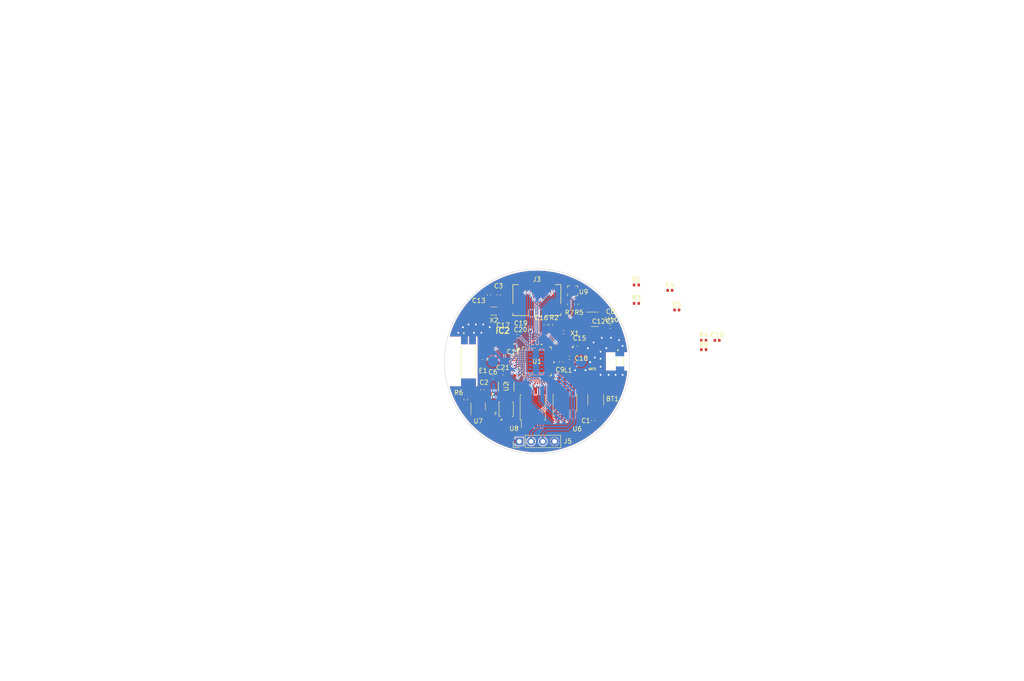
<source format=kicad_pcb>
(kicad_pcb (version 20221018) (generator pcbnew)
  (title_block (comment 4 "AISLER Project ID: VRLIPWJJ"))
  (layers (0 "F.Cu" signal) (31 "B.Cu" signal) (34 "B.Paste" user) (35 "F.Paste" user) (36 "B.SilkS" user "B.Silkscreen") (37 "F.SilkS" user "F.Silkscreen") (38 "B.Mask" user) (39 "F.Mask" user) (44 "Edge.Cuts" user))
  (net 0 "")
  (net 1 "GND")
  (net 2 "+3.3V")
  (net 3 "Net-(BT1-+)")
  (net 5 "/DISPLAY_D{slash}C")
  (net 6 "/DISPLAY_CS")
  (net 14 "Net-(U10-VOUT)")
  (net 15 "/DISPLAY_RESET")
  (net 16 "/TP_RST")
  (net 17 "/TP_INT")
  (net 18 "/TP_SDA")
  (net 19 "/TP_SCL")
  (net 20 "/AC_SCL")
  (net 21 "/BT_V")
  (net 22 "/GPS_RX")
  (net 23 "/GPS_TX")
  (net 26 "/AC_SDA")
  (net 27 "/DISPLAY_CLK")
  (net 28 "/DISPLAY_SDI")
  (net 29 "/FLASH_CS")
  (net 30 "/FLASH_CLK")
  (net 33 "Net-(U7-PROG)")
  (net 38 "/HR_INT")
  (net 39 "Net-(ANT1-PadFEED)")
  (net 41 "unconnected-(U1-P0.28-Pad40)")
  (net 42 "unconnected-(U1-P0.29-Pad41)")
  (net 65 "/SRAM_CS")
  (net 66 "/SRAM_CLK")
  (net 67 "Net-(IC2-RF_IN)")
  (net 68 "Net-(IC2-RESERVED_3)")
  (net 69 "/GPS_IO")
  (net 70 "/SRAM_CMD")
  (net 71 "/SRAM_SI02")
  (net 72 "/SRAM_WP")
  (net 73 "/SRAM_SIO3")
  (net 74 "/SD_DO")
  (net 75 "/SD_WP")
  (net 76 "/SD_DI")
  (net 77 "/SD_CMD")
  (net 78 "Net-(U1-P0.01)")
  (net 79 "Power Supply")
  (net 80 "/ANT")
  (net 81 "Net-(U1-DEC1)")
  (net 82 "Net-(U1-P0.00)")
  (net 83 "/XC2")
  (net 84 "/XC1")
  (net 85 "Net-(U1-DEC3)")
  (net 86 "Net-(U1-DEC4)")
  (net 87 "Net-(IC1-OUTA)")
  (net 88 "/SWD_VCC")
  (net 89 "Net-(J5-Pin_2)")
  (net 90 "Net-(J5-Pin_3)")
  (net 91 "GNDREF")
  (footprint "Inductor_SMD:L_0402_1005Metric" (layer "F.Cu") (at 166 93.2)
    (fp_text reference "L1")
    (fp_text value "3.9nH")
  )
  (footprint "W3010:XCVR_W3010" (layer "F.Cu") (at 144.2 92.6 90)
    (fp_text reference "E1")
    (fp_text value "W3010")
  )
  (footprint "Capacitor_SMD:C_0402_1005Metric" (layer "F.Cu") (at 164.235 92.7 90)
    (fp_text reference "C9")
    (fp_text value "0.8pF")
  )
  (footprint "Package_TO_SOT_SMD:SOT-23-5" (layer "F.Cu") (at 146.3 102.35 90)
    (fp_text reference "U7")
    (fp_text value "MCP73831-2-OT")
  )
  (footprint "Capacitor_SMD:C_0402_1005Metric" (layer "F.Cu") (at 160.89 84.71 90)
    (fp_text reference "C16")
    (fp_text value "100nF")
  )
  (footprint "Resistor_SMD:R_0402_1005Metric" (layer "F.Cu") (at 180.49 80.05)
    (fp_text reference "R3")
    (fp_text value "3.3k")
  )
  (footprint "Package_SO:SOIC-8_3.9x4.9mm_P1.27mm" (layer "F.Cu") (at 165.05 101.6 90)
    (fp_text reference "U6")
    (fp_text value "ESP-PSRAM64")
  )
  (footprint "NRF52832-QFAA-R:QFN-48_NOR" (layer "F.Cu") (at 158.999 92.600001)
    (fp_text reference "U1")
    (fp_text value "NRF52832-QFAA-R")
  )
  (footprint "Resistor_SMD:R_0402_1005Metric" (layer "F.Cu") (at 165.9875 80.245 -90)
    (fp_text reference "R7")
    (fp_text value "3.3k")
  )
  (footprint "Package_LGA:LGA-12_2x2mm_P0.5mm" (layer "F.Cu") (at 166.72 77.32 90)
    (fp_text reference "U9")
    (fp_text value "LIS2DE12")
  )
  (footprint "Capacitor_SMD:C_0402_1005Metric" (layer "F.Cu") (at 157.6 85.675 90)
    (fp_text reference "C19")
    (fp_text value "1uF")
  )
  (footprint "Resistor_SMD:R_0402_1005Metric" (layer "F.Cu") (at 167.4875 80.245 -90)
    (fp_text reference "R5")
    (fp_text value "3.3k")
  )
  (footprint "Resistor_SMD:R_0402_1005Metric" (layer "F.Cu") (at 195.03 88.06)
    (fp_text reference "R4")
    (fp_text value "800k")
  )
  (footprint "Package_SO:SOIC-8_5.23x5.23mm_P1.27mm" (layer "F.Cu") (at 158.1 102.55 90)
    (fp_text reference "U8")
    (fp_text value "W25Q128JVS")
  )
  (footprint "Crystal:Crystal_SMD_3215-2Pin_3.2x1.5mm" (layer "F.Cu") (at 149.7 81.7)
    (fp_text reference "X2")
    (fp_text value "9HT10-32.768KBZC-T")
  )
  (footprint "Capacitor_SMD:C_0402_1005Metric" (layer "F.Cu") (at 154.275 88.805 90)
    (fp_text reference "C11")
    (fp_text value "100nF")
  )
  (footprint "AP2112K-3-3TRG1:SOT_RG1_DIO" (layer "F.Cu") (at 152.35 98.049751 90)
    (fp_text reference "U2")
    (fp_text value "AP2112K-3.3TRG1")
  )
  (footprint "Capacitor_SMD:C_0402_1005Metric" (layer "F.Cu") (at 148.65 78.22 -90)
    (fp_text reference "C13")
    (fp_text value "12pF")
  )
  (footprint "Capacitor_SMD:C_0402_1005Metric" (layer "F.Cu") (at 154.725 87.15 180)
    (fp_text reference "C20")
    (fp_text value "4.7uF")
  )
  (footprint "Resistor_SMD:R_0402_1005Metric" (layer "F.Cu") (at 195.03 90.05)
    (fp_text reference "R9")
    (fp_text value "2M")
  )
  (footprint "Capacitor_SMD:C_0402_1005Metric" (layer "F.Cu") (at 189.22 81.475)
    (fp_text reference "C5")
    (fp_text value "0.1uF")
  )
  (footprint "KiCad:MIAM10Q00B" (layer "F.Cu") (at 150 90.2 90)
    (fp_text reference "IC2")
    (fp_text value "MIA-M10Q-00B" hide)
  )
  (footprint "Package_TO_SOT_SMD:SOT-23-5" (layer "F.Cu") (at 171.5 83.49)
    (fp_text reference "U10")
    (fp_text value "AP2127K-1.8")
  )
  (footprint "Capacitor_SMD:C_0402_1005Metric" (layer "F.Cu") (at 151.71 95.12 180)
    (fp_text reference "C21")
    (fp_text value "100nF")
  )
  (footprint "CX2016DB32000D0WZRC1:OSCCC200X160X45N" (layer "F.Cu") (at 165.025 88.725 180)
    (fp_text reference "X1")
    (fp_text value "CX2016DB32000D0WZRC1")
  )
  (footprint "Capacitor_SMD:C_0402_1005Metric" (layer "F.Cu") (at 164.75 86.3)
    (fp_text reference "C14" hide)
    (fp_text value "12pF")
  )
  (footprint "Connector_PinHeader_2.54mm:PinHeader_1x04_P2.54mm_Vertical" (layer "F.Cu") (at 155.195 109.9 90)
    (fp_text reference "J5")
    (fp_text value "Conn_01x04_Socket")
  )
  (footprint "LTC4413EDD_PBF:SON50P300X300X80-11N" (layer "F.Cu") (at 152.35 102.945 90)
    (fp_text reference "IC1")
    (fp_text value "LTC4413EDD-1#PBF")
  )
  (footprint "Resistor_SMD:R_0402_1005Metric" (layer "F.Cu") (at 161.98 84.7 90)
    (fp_text reference "R2")
    (fp_text value "3.3k")
  )
  (footprint "Capacitor_SMD:C_0402_1005Metric" (layer "F.Cu") (at 187.725 77.225)
    (fp_text reference "C4")
    (fp_text value "10uF")
  )
  (footprint "Capacitor_SMD:C_0402_1005Metric" (layer "F.Cu") (at 174.8 83.98 180)
    (fp_text reference "C12")
    (fp_text value "1uF")
  )
  (footprint "Resistor_SMD:R_0402_1005Metric" (layer "F.Cu") (at 143.6 100.85 -90)
    (fp_text reference "R6")
    (fp_text value "5k")
  )
  (footprint "Capacitor_SMD:C_0402_1005Metric" (layer "F.Cu") (at 197.92 88.05)
    (fp_text reference "C10")
    (fp_text value "0.8pF")
  )
  (footprint "Capacitor_SMD:C_0402_1005Metric" (layer "F.Cu") (at 150.75 78.22 -90)
    (fp_text reference "C3")
    (fp_text value "12pF")
  )
  (footprint "Capacitor_SMD:C_1812_4532Metric" (layer "F.Cu") (at 171.7 100.9 90)
    (fp_text reference "BT1")
    (fp_text value "Battery_Cell")
  )
  (footprint "Capacitor_SMD:C_0402_1005Metric" (layer "F.Cu") (at 174.87 85.07)
    (fp_text reference "C7")
    (fp_text value "0.1uF")
  )
  (footprint "Capacitor_SMD:C_0402_1005Metric" (layer "F.Cu") (at 174.87 82.97)
    (fp_text reference "C8")
    (fp_text value "4.7uF")
  )
  (footprint "Capacitor_SMD:C_0402_1005Metric" (layer "F.Cu") (at 151.675 85.95)
    (fp_text reference "C17")
    (fp_text value "1uF")
  )
  (footprint "Capacitor_SMD:C_0402_1005Metric" (layer "F.Cu") (at 149.48 96.075)
    (fp_text reference "C6")
    (fp_text value "1uF")
  )
  (footprint "Capacitor_SMD:C_0402_1005Metric" (layer "F.Cu") (at 167.3 89.225 90)
    (fp_text reference "C15")
    (fp_text value "12pF")
  )
  (footprint "W3008:ANTENNA_W3008" (layer "F.Cu") (at 176.925 92.585 90)
    (fp_text reference "ANT1")
    (fp_text value "W3008")
  )
  (footprint "Capacitor_SMD:C_0402_1005Metric" (layer "F.Cu") (at 166.025 91.825)
    (fp_text reference "C18")
    (fp_text value "100pF")
  )
  (footprint "Capacitor_SMD:C_0402_1005Metric" (layer "F.Cu") (at 171.175 105.405 90)
    (fp_text reference "C1")
    (fp_text value "4.7uF")
  )
  (footprint "Capacitor_SMD:C_0402_1005Metric" (layer "F.Cu") (at 147.2 98.75 -90)
    (fp_text reference "C2")
    (fp_text value "1uF")
  )
  (footprint "Resistor_SMD:R_0402_1005Metric" (layer "F.Cu") (at 180.49 76.07)
    (fp_text reference "R1")
    (fp_text value "3.3k")
  )
  (footprint "MOLEX_5022441530:CONN_502244-1530_MOL" (layer "F.Cu") (at 158.98 79.33975)
    (fp_text reference "J3")
    (fp_text value "5022441530")
  )
  (footprint "OptoDevice:Maxim_OLGA-14_3.3x5.6mm_P0.8mm" (layer "B.Cu") (at 158.8 92.62 180)
    (fp_text reference "U3")
    (fp_text value "MAX30102")
  )
  (footprint "power_pad:power_pad_5mm" (layer "B.Cu") (at 149.5 92.6 180)
    (fp_text reference "U4" hide)
    (fp_text value "~" hide)
  )
  (footprint "power_pad:power_pad_5mm" (layer "B.Cu") (at 168.5 92.6 180)
    (fp_text reference "U5" hide)
    (fp_text value "~" hide)
  )
  (gr_circle (center 159 92.6) (end 179 92.6) (stroke (width 0.1)) (fill none) (layer "Edge.Cuts"))
  (segment (start 143.6 100.34) (end 143.76 100.34) (width 0.3) (layer "F.Cu") (net 1))
  (segment (start 144.87 99.23) (end 147.2 99.23) (width 0.3) (layer "F.Cu") (net 1))
  (segment (start 143.76 100.34) (end 144.87 99.23) (width 0.3) (layer "F.Cu") (net 1))
  (via (at 172.75 92) (size 0.8) (drill 0.4) (layers "F.Cu" "B.Cu") (net 1))
  (via (at 172.75 93.75) (size 0.8) (drill 0.4) (layers "F.Cu" "B.Cu") (net 1))
  (via (at 142 86.4) (size 0.8) (drill 0.4) (layers "F.Cu" "B.Cu") (net 1))
  (via (at 170 89.75) (size 0.8) (drill 0.4) (layers "F.Cu" "B.Cu") (net 1))
  (via (at 172.75 90.5) (size 0.8) (drill 0.4) (layers "F.Cu" "B.Cu") (net 1))
  (via (at 169.5 94.5) (size 0.8) (drill 0.4) (layers "F.Cu" "B.Cu") (net 1))
  (via (at 147.4 84.6) (size 0.8) (drill 0.4) (layers "F.Cu" "B.Cu") (net 1))
  (via (at 176.75 88) (size 0.8) (drill 0.4) (layers "F.Cu" "B.Cu") (net 1))
  (via (at 175 87.5) (size 0.8) (drill 0.4) (layers "F.Cu" "B.Cu") (net 1))
  (via (at 173 87.5) (size 0.8) (drill 0.4) (layers "F.Cu" "B.Cu") (net 1))
  (via (at 148.8 85.2) (size 0.8) (drill 0.4) (layers "F.Cu" "B.Cu") (net 1))
  (via (at 147 86.4) (size 0.8) (drill 0.4) (layers "F.Cu" "B.Cu") (net 1))
  (via (at 167.25 94.5) (size 0.8) (drill 0.4) (layers "F.Cu" "B.Cu") (net 1))
  (via (at 172.75 95.5) (size 0.8) (drill 0.4) (layers "F.Cu" "B.Cu") (net 1))
  (via (at 143 85.2) (size 0.8) (drill 0.4) (layers "F.Cu" "B.Cu") (net 1))
  (via (at 145.4 86.4) (size 0.8) (drill 0.4) (layers "F.Cu" "B.Cu") (net 1))
  (via (at 177.5 89.25) (size 0.8) (drill 0.4) (layers "F.Cu" "B.Cu") (net 1))
  (via (at 171.25 88.5) (size 0.8) (drill 0.4) (layers "F.Cu" "B.Cu") (net 1))
  (via (at 170.5 92.75) (size 0.8) (drill 0.4) (layers "F.Cu" "B.Cu") (net 1))
  (via (at 176 95.5) (size 0.8) (drill 0.4) (layers "F.Cu" "B.Cu") (net 1))
  (via (at 144.2 84.6) (size 0.8) (drill 0.4) (layers "F.Cu" "B.Cu") (net 1))
  (via (at 174.5 95.5) (size 0.8) (drill 0.4) (layers "F.Cu" "B.Cu") (net 1))
  (via (at 145.8 84.6) (size 0.8) (drill 0.4) (layers "F.Cu" "B.Cu") (net 1))
  (via (at 171.5 91.75) (size 0.8) (drill 0.4) (layers "F.Cu" "B.Cu") (net 1))
  (via (at 177.5 95.5) (size 0.8) (drill 0.4) (layers "F.Cu" "B.Cu") (net 1))
  (via (at 174 89.75) (size 0.8) (drill 0.4) (layers "F.Cu" "B.Cu") (net 1))
  (segment (start 154.124314 93.54) (end 154.264314 93.4) (width 0.2) (layer "F.Cu") (net 5))
  (segment (start 154.592053 93.4) (end 154.792053 93.2) (width 0.2) (layer "F.Cu") (net 5))
  (segment (start 157.48 76.8) (end 157.48 76.31395) (width 0.2) (layer "F.Cu") (net 5))
  (segment (start 154.264314 93.4) (end 154.592053 93.4) (width 0.2) (layer "F.Cu") (net 5))
  (segment (start 153.84 93.54) (end 154.124314 93.54) (width 0.2) (layer "F.Cu") (net 5))
  (segment (start 156.55 77.73) (end 157.48 76.8) (width 0.2) (layer "F.Cu") (net 5))
  (segment (start 154.792053 93.2) (end 156 93.2) (width 0.2) (layer "F.Cu") (net 5))
  (via (at 153.84 93.54) (size 0.5) (drill 0.3) (layers "F.Cu" "B.Cu") (net 5))
  (via (at 156.55 77.73) (size 0.5) (drill 0.3) (layers "F.Cu" "B.Cu") (net 5))
  (segment (start 153.84 93.54) (end 153.28 92.98) (width 0.2) (layer "B.Cu") (net 5))
  (segment (start 153.28 92.66) (end 154.49 91.45) (width 0.2) (layer "B.Cu") (net 5))
  (segment (start 154.49 88.46) (end 156.931471 86.018529) (width 0.2) (layer "B.Cu") (net 5))
  (segment (start 153.28 92.98) (end 153.28 92.66) (width 0.2) (layer "B.Cu") (net 5))
  (segment (start 156.931471 86.018529) (end 156.931471 78.111471) (width 0.2) (layer "B.Cu") (net 5))
  (segment (start 154.49 91.45) (end 154.49 88.46) (width 0.2) (layer "B.Cu") (net 5))
  (segment (start 156.931471 78.111471) (end 156.55 77.73) (width 0.2) (layer "B.Cu") (net 5))
  (segment (start 154.725 94.425) (end 155.15 94) (width 0.2) (layer "F.Cu") (net 6))
  (segment (start 157.4 77.73) (end 157.979999 77.150001) (width 0.2) (layer "F.Cu") (net 6))
  (segment (start 155.15 94) (end 156 94) (width 0.2) (layer "F.Cu") (net 6))
  (segment (start 157.979999 77.150001) (end 157.979999 76.31395) (width 0.2) (layer "F.Cu") (net 6))
  (via (at 154.725 94.425) (size 0.5) (drill 0.3) (layers "F.Cu" "B.Cu") (net 6))
  (via (at 157.4 77.73) (size 0.5) (drill 0.3) (layers "F.Cu" "B.Cu") (net 6))
  (segment (start 154.434 94.061947) (end 154.42 94.047947) (width 0.2) (layer "B.Cu") (net 6))
  (segment (start 154.42 94.047947) (end 154.42 93.622053) (width 0.2) (layer "B.Cu") (net 6))
  (segment (start 154.434 94.264) (end 154.434 94.061947) (width 0.2) (layer "B.Cu") (net 6))
  (segment (start 154.595 94.425) (end 154.434 94.264) (width 0.2) (layer "B.Cu") (net 6))
  (segment (start 154.624 92.331685) (end 154.89 92.065685) (width 0.2) (layer "B.Cu") (net 6))
  (segment (start 157.386 77.744) (end 157.4 77.73) (width 0.2) (layer "B.Cu") (net 6))
  (segment (start 154.42 93.622053) (end 154.624 93.418053) (width 0.2) (layer "B.Cu") (net 6))
  (segment (start 154.89 92.065685) (end 154.89 88.625686) (width 0.2) (layer "B.Cu") (net 6))
  (segment (start 154.725 94.425) (end 154.595 94.425) (width 0.2) (layer "B.Cu") (net 6))
  (segment (start 154.624 93.418053) (end 154.624 92.331685) (width 0.2) (layer "B.Cu") (net 6))
  (segment (start 154.89 88.625686) (end 157.386 86.129686) (width 0.2) (layer "B.Cu") (net 6))
  (segment (start 157.386 86.129686) (end 157.386 77.744) (width 0.2) (layer "B.Cu") (net 6))
  (segment (start 159.479999 77.841373) (end 159.479999 76.31395) (width 0.2) (layer "F.Cu") (net 15))
  (segment (start 158.8 89.6) (end 158.8 78.521372) (width 0.2) (layer "F.Cu") (net 15))
  (segment (start 158.8 78.521372) (end 159.479999 77.841373) (width 0.2) (layer "F.Cu") (net 15))
  (segment (start 160.980001 77.319999) (end 160.980001 76.31395) (width 0.2) (layer "F.Cu") (net 16))
  (segment (start 159.2 79.1) (end 160.980001 77.319999) (width 0.2) (layer "F.Cu") (net 16))
  (segment (start 159.2 89.6) (end 159.2 86.6) (width 0.2) (layer "F.Cu") (net 16))
  (segment (start 159.2 79.1) (end 159.2 79.06) (width 0.2) (layer "F.Cu") (net 16))
  (segment (start 159.2 86.6) (end 159.2 79.1) (width 0.2) (layer "F.Cu") (net 16))
  (segment (start 154.957738 93.6) (end 156 93.6) (width 0.2) (layer "F.Cu") (net 17))
  (segment (start 153.79 95.03) (end 153.79 94.46) (width 0.2) (layer "F.Cu") (net 17))
  (segment (start 161.48 77.74) (end 161.48 76.31395) (width 0.2) (layer "F.Cu") (net 17))
  (segment (start 154.45 93.8) (end 154.757738 93.8) (width 0.2) (layer "F.Cu") (net 17))
  (segment (start 153.79 94.46) (end 154.45 93.8) (width 0.2) (layer "F.Cu") (net 17))
  (segment (start 154.757738 93.8) (end 154.957738 93.6) (width 0.2) (layer "F.Cu") (net 17))
  (segment (start 159.91 79.31) (end 161.48 77.74) (width 0.2) (layer "F.Cu") (net 17))
  (via (at 159.91 79.31) (size 0.5) (drill 0.3) (layers "F.Cu" "B.Cu") (net 17))
  (via (at 153.79 95.03) (size 0.5) (drill 0.3) (layers "F.Cu" "B.Cu") (net 17))
  (segment (start 155.94 92.712742) (end 156.09 92.562741) (width 0.2) (layer "B.Cu") (net 17))
  (segment (start 155.85 96.62) (end 155.99 96.48) (width 0.2) (layer "B.Cu") (net 17))
  (segment (start 158.76 80.46) (end 159.91 79.31) (width 0.2) (layer "B.Cu") (net 17))
  (segment (start 155.99 93.916577) (end 155.94 93.866577) (width 0.2) (layer "B.Cu") (net 17))
  (segment (start 153.79 95.03) (end 153.79 95.717818) (width 0.2) (layer "B.Cu") (net 17))
  (segment (start 155.94 93.866577) (end 155.94 92.712742) (width 0.2) (layer "B.Cu") (net 17))
  (segment (start 156.09 92.562741) (end 156.09 89.122744) (width 0.2) (layer "B.Cu") (net 17))
  (segment (start 154.692182 96.62) (end 155.85 96.62) (width 0.2) (layer "B.Cu") (net 17))
  (segment (start 158.76 86.452744) (end 158.76 80.46) (width 0.2) (layer "B.Cu") (net 17))
  (segment (start 156.09 89.122744) (end 158.76 86.452744) (width 0.2) (layer "B.Cu") (net 17))
  (segment (start 155.99 96.48) (end 155.99 93.916577) (width 0.2) (layer "B.Cu") (net 17))
  (segment (start 153.79 95.717818) (end 154.692182 96.62) (width 0.2) (layer "B.Cu") (net 17))
  (segment (start 161.94 76.353949) (end 161.979999 76.31395) (width 0.2) (layer "F.Cu") (net 18))
  (segment (start 161.94 78.01) (end 161.94 76.353949) (width 0.2) (layer "F.Cu") (net 18))
  (segment (start 158.4 96.875) (end 158.4 95.6) (width 0.2) (layer "F.Cu") (net 18))
  (segment (start 158.2 97.075) (end 158.4 96.875) (width 0.2) (layer "F.Cu") (net 18))
  (via (at 161.94 78.01) (size 0.5) (drill 0.3) (layers "F.Cu" "B.Cu") (net 18))
  (via (at 158.2 97.075) (size 0.5) (drill 0.3) (layers "F.Cu" "B.Cu") (net 18))
  (segment (start 156.39 95.66) (end 156.39 92.828426) (width 0.2) (layer "B.Cu") (net 18))
  (segment (start 156.39 92.828426) (end 156.49 92.728426) (width 0.2) (layer "B.Cu") (net 18))
  (segment (start 158.2 97.075) (end 157.805 97.075) (width 0.2) (layer "B.Cu") (net 18))
  (segment (start 159.16 80.79) (end 161.94 78.01) (width 0.2) (layer "B.Cu") (net 18))
  (segment (start 156.49 89.288429) (end 159.16 86.618429) (width 0.2) (layer "B.Cu") (net 18))
  (segment (start 157.805 97.075) (end 156.39 95.66) (width 0.2) (layer "B.Cu") (net 18))
  (segment (start 156.49 92.728426) (end 156.49 89.288429) (width 0.2) (layer "B.Cu") (net 18))
  (segment (start 159.16 86.618429) (end 159.16 80.79) (width 0.2) (layer "B.Cu") (net 18))
  (segment (start 162.46 76.333951) (end 162.480001 76.31395) (width 0.2) (layer "F.Cu") (net 19))
  (segment (start 159.6 95.6) (end 159.6 97.525) (width 0.2) (layer "F.Cu") (net 19))
  (segment (start 162.46 77.49) (end 162.46 76.333951) (width 0.2) (layer "F.Cu") (net 19))
  (segment (start 159.6 97.525) (end 159.675 97.6) (width 0.2) (layer "F.Cu") (net 19))
  (via (at 159.675 97.6) (size 0.5) (drill 0.3) (layers "F.Cu" "B.Cu") (net 19))
  (via (at 162.46 77.49) (size 0.5) (drill 0.3) (layers "F.Cu" "B.Cu") (net 19))
  (segment (start 159.71 85.46) (end 159.71 80.84) (width 0.2) (layer "B.Cu") (net 19))
  (segment (start 161.81 78.74) (end 162.3 78.74) (width 0.2) (layer "B.Cu") (net 19))
  (segment (start 157.79 96.3) (end 157.595686 96.3) (width 0.2) (layer "B.Cu") (net 19))
  (segment (start 159.675 97.6) (end 160.02 97.6) (width 0.2) (layer "B.Cu") (net 19))
  (segment (start 159.88 96.84) (end 159.34 96.3) (width 0.2) (layer "B.Cu") (net 19))
  (segment (start 157.172843 95.877157) (end 156.925 95.629314) (width 0.2) (layer "B.Cu") (net 19))
  (segment (start 159.71 80.84) (end 161.24 79.31) (width 0.2) (layer "B.Cu") (net 19))
  (segment (start 160.16 97.46) (end 160.16 97.12) (width 0.2) (layer "B.Cu") (net 19))
  (segment (start 159.34 96.3) (end 157.79 96.3) (width 0.2) (layer "B.Cu") (net 19))
  (segment (start 156.925 89.455) (end 157.25 89.13) (width 0.2) (layer "B.Cu") (net 19))
  (segment (start 157.595686 96.3) (end 157.172843 95.877157) (width 0.2) (layer "B.Cu") (net 19))
  (segment (start 162.46 78.74) (end 162.82 78.38) (width 0.2) (layer "B.Cu") (net 19))
  (segment (start 162.82 77.85) (end 162.46 77.49) (width 0.2) (layer "B.Cu") (net 19))
  (segment (start 160.16 97.12) (end 159.88 96.84) (width 0.2) (layer "B.Cu") (net 19))
  (segment (start 162.3 78.74) (end 162.46 78.74) (width 0.2) (layer "B.Cu") (net 19))
  (segment (start 156.925 94.645) (end 156.95 94.62) (width 0.2) (layer "B.Cu") (net 19))
  (segment (start 156.925 94.595) (end 156.925 89.455) (width 0.2) (layer "B.Cu") (net 19))
  (segment (start 160.02 97.6) (end 160.16 97.46) (width 0.2) (layer "B.Cu") (net 19))
  (segment (start 159.71 86.67) (end 159.71 85.46) (width 0.2) (layer "B.Cu") (net 19))
  (segment (start 156.95 94.62) (end 156.925 94.595) (width 0.2) (layer "B.Cu") (net 19))
  (segment (start 156.925 95.629314) (end 156.925 94.645) (width 0.2) (layer "B.Cu") (net 19))
  (segment (start 161.24 79.31) (end 161.81 78.74) (width 0.2) (layer "B.Cu") (net 19))
  (segment (start 162.82 78.38) (end 162.82 77.85) (width 0.2) (layer "B.Cu") (net 19))
  (segment (start 157.25 89.13) (end 159.71 86.67) (width 0.2) (layer "B.Cu") (net 19))
  (segment (start 162.45 87.475) (end 162.45 86.11) (width 0.2) (layer "F.Cu") (net 20))
  (segment (start 165.4 78.88) (end 165.9875 78.88) (width 0.2) (layer "F.Cu") (net 20))
  (segment (start 165.9875 78.88) (end 165.9875 78.1) (width 0.2) (layer "F.Cu") (net 20))
  (segment (start 160.8 89.6) (end 160.8 89.125) (width 0.2) (layer "F.Cu") (net 20))
  (segment (start 165.9875 78.1) (end 165.97 78.0825) (width 0.2) (layer "F.Cu") (net 20))
  (segment (start 162.45 86.11) (end 165.05 83.51) (width 0.2) (layer "F.Cu") (net 20))
  (segment (start 165.05 83.51) (end 165.05 79.23) (width 0.2) (layer "F.Cu") (net 20))
  (segment (start 160.8 89.125) (end 162.45 87.475) (width 0.2) (layer "F.Cu") (net 20))
  (segment (start 165.9875 79.735) (end 165.9875 78.88) (width 0.2) (layer "F.Cu") (net 20))
  (segment (start 165.05 79.23) (end 165.4 78.88) (width 0.2) (layer "F.Cu") (net 20))
  (segment (start 154.17 92.91) (end 154.28 92.8) (width 0.2) (layer "F.Cu") (net 21))
  (segment (start 154.28 92.8) (end 156 92.8) (width 0.2) (layer "F.Cu") (net 21))
  (via (at 154.17 92.91) (size 0.5) (drill 0.3) (layers "F.Cu" "B.Cu") (net 21))
  (segment (start 153.48 92) (end 156 92) (width 0.2) (layer "F.Cu") (net 22))
  (segment (start 151.819817 92.635) (end 152.845 92.635) (width 0.2) (layer "F.Cu") (net 22))
  (segment (start 151.5 92.2) (end 151.5 92.315183) (width 0.2) (layer "F.Cu") (net 22))
  (segment (start 152.845 92.635) (end 153.48 92) (width 0.2) (layer "F.Cu") (net 22))
  (segment (start 151.5 92.315183) (end 151.819817 92.635) (width 0.2) (layer "F.Cu") (net 22))
  (segment (start 151.654132 93.035) (end 153.010686 93.035) (width 0.2) (layer "F.Cu") (net 23))
  (segment (start 153.645686 92.4) (end 156 92.4) (width 0.2) (layer "F.Cu") (net 23))
  (segment (start 151 92.380869) (end 151.654132 93.035) (width 0.2) (layer "F.Cu") (net 23))
  (segment (start 153.010686 93.035) (end 153.645686 92.4) (width 0.2) (layer "F.Cu") (net 23))
  (segment (start 151 92.2) (end 151 92.380869) (width 0.2) (layer "F.Cu") (net 23))
  (segment (start 162.85 87.640686) (end 161.2 89.290686) (width 0.2) (layer "F.Cu") (net 26))
  (segment (start 167.4875 78.1) (end 167.47 78.0825) (width 0.2) (layer "F.Cu") (net 26))
  (segment (start 167.4875 78.88) (end 167.4875 78.78) (width 0.2) (layer "F.Cu") (net 26))
  (segment (start 162.85 86.275686) (end 162.85 87.640686) (width 0.2) (layer "F.Cu") (net 26))
  (segment (start 167.4875 78.88) (end 166.94 78.88) (width 0.2) (layer "F.Cu") (net 26))
  (segment (start 167.4875 79.735) (end 167.4875 78.88) (width 0.2) (layer "F.Cu") (net 26))
  (segment (start 166.94 78.88) (end 166.93 78.87) (width 0.2) (layer "F.Cu") (net 26))
  (segment (start 161.2 89.290686) (end 161.2 89.6) (width 0.2) (layer "F.Cu") (net 26))
  (segment (start 166.175686 82.95) (end 162.85 86.275686) (width 0.2) (layer "F.Cu") (net 26))
  (segment (start 167.4875 78.78) (end 167.4875 78.1) (width 0.2) (layer "F.Cu") (net 26))
  (segment (start 166.18 82.95) (end 166.175686 82.95) (width 0.2) (layer "F.Cu") (net 26))
  (via (at 166.18 82.95) (size 0.5) (drill 0.3) (layers "F.Cu" "B.Cu") (net 26))
  (via (at 166.93 78.87) (size 0.5) (drill 0.3) (layers "F.Cu" "B.Cu") (net 26))
  (segment (start 166.55 79.25) (end 166.93 78.87) (width 0.2) (layer "B.Cu") (net 26))
  (segment (start 166.18 82.95) (end 166.55 82.58) (width 0.2) (layer "B.Cu") (net 26))
  (segment (start 166.55 82.58) (end 166.55 79.25) (width 0.2) (layer "B.Cu") (net 26))
  (segment (start 157.84 78.35) (end 158.480001 77.709999) (width 0.2) (layer "F.Cu") (net 27))
  (segment (start 155.534315 94.4) (end 156 94.4) (width 0.2) (layer "F.Cu") (net 27))
  (segment (start 154.759315 95.175) (end 155.534315 94.4) (width 0.2) (layer "F.Cu") (net 27))
  (segment (start 154.75 95.175) (end 154.759315 95.175) (width 0.2) (layer "F.Cu") (net 27))
  (segment (start 158.480001 77.709999) (end 158.480001 76.31395) (width 0.2) (layer "F.Cu") (net 27))
  (via (at 154.75 95.175) (size 0.5) (drill 0.3) (layers "F.Cu" "B.Cu") (net 27))
  (via (at 157.84 78.35) (size 0.5) (drill 0.3) (layers "F.Cu" "B.Cu") (net 27))
  (segment (start 154.75 95.4) (end 154.871 95.521) (width 0.2) (layer "B.Cu") (net 27))
  (segment (start 157.834314 86.247058) (end 157.834314 78.355686) (width 0.2) (layer "B.Cu") (net 27))
  (segment (start 155.14 94.197947) (end 155.14 92.381371) (width 0.2) (layer "B.Cu") (net 27))
  (segment (start 155.29 88.791372) (end 157.834314 86.247058) (width 0.2) (layer "B.Cu") (net 27))
  (segment (start 155.013053 95.521) (end 155.179 95.355053) (width 0.2) (layer "B.Cu") (net 27))
  (segment (start 155.29 92.231371) (end 155.29 88.791372) (width 0.2) (layer "B.Cu") (net 27))
  (segment (start 154.75 95.175) (end 154.75 95.4) (width 0.2) (layer "B.Cu") (net 27))
  (segment (start 155.179 94.236947) (end 155.14 94.197947) (width 0.2) (layer "B.Cu") (net 27))
  (segment (start 155.179 95.355053) (end 155.179 94.236947) (width 0.2) (layer "B.Cu") (net 27))
  (segment (start 157.834314 78.355686) (end 157.84 78.35) (width 0.2) (layer "B.Cu") (net 27))
  (segment (start 155.14 92.381371) (end 155.29 92.231371) (width 0.2) (layer "B.Cu") (net 27))
  (segment (start 154.871 95.521) (end 155.013053 95.521) (width 0.2) (layer "B.Cu") (net 27))
  (segment (start 154.919146 95.880854) (end 154.919146 96.0705) (width 0.2) (layer "F.Cu") (net 28))
  (segment (start 158.29 79.19) (end 158.29 78.465686) (width 0.2) (layer "F.Cu") (net 28))
  (segment (start 158.29 78.465686) (end 158.98 77.775686) (width 0.2) (layer "F.Cu") (net 28))
  (segment (start 156 94.8) (end 154.919146 95.880854) (width 0.2) (layer "F.Cu") (net 28))
  (segment (start 158.98 77.775686) (end 158.98 76.31395) (width 0.2) (layer "F.Cu") (net 28))
  (via (at 154.919146 96.0705) (size 0.5) (drill 0.3) (layers "F.Cu" "B.Cu") (net 28))
  (via (at 158.29 79.19) (size 0.5) (drill 0.3) (layers "F.Cu" "B.Cu") (net 28))
  (segment (start 155.54 94.032262) (end 155.54 92.547057) (width 0.2) (layer "B.Cu") (net 28))
  (segment (start 155.59 94.082262) (end 155.54 94.032262) (width 0.2) (layer "B.Cu") (net 28))
  (segment (start 155.69 92.397056) (end 155.69 88.957058) (width 0.2) (layer "B.Cu") (net 28))
  (segment (start 155.54 92.547057) (end 155.69 92.397056) (width 0.2) (layer "B.Cu") (net 28))
  (segment (start 158.29 86.357058) (end 158.29 79.19) (width 0.2) (layer "B.Cu") (net 28))
  (segment (start 155.69 88.957058) (end 158.29 86.357058) (width 0.2) (layer "B.Cu") (net 28))
  (segment (start 154.919146 96.0705) (end 155.018646 96.17) (width 0.2) (layer "B.Cu") (net 28))
  (segment (start 155.59 96.17) (end 155.59 94.082262) (width 0.2) (layer "B.Cu") (net 28))
  (segment (start 155.018646 96.17) (end 155.59 96.17) (width 0.2) (layer "B.Cu") (net 28))
  (segment (start 156.195 102.62) (end 155.325 101.75) (width 0.2) (layer "F.Cu") (net 29))
  (segment (start 155.325 97.940686) (end 157.2 96.065686) (width 0.2) (layer "F.Cu") (net 29))
  (segment (start 156.195 106.15) (end 156.195 102.62) (width 0.2) (layer "F.Cu") (net 29))
  (segment (start 155.325 101.75) (end 155.325 97.940686) (width 0.2) (layer "F.Cu") (net 29))
  (segment (start 157.2 96.065686) (end 157.2 95.6) (width 0.2) (layer "F.Cu") (net 29))
  (segment (start 158.8 95.6) (end 158.8 97.117053) (width 0.2) (layer "F.Cu") (net 30))
  (segment (start 158.8 97.117053) (end 158.325 97.592053) (width 0.2) (layer "F.Cu") (net 30))
  (segment (start 158.325 97.592053) (end 158.325 98.54) (width 0.2) (layer "F.Cu") (net 30))
  (segment (start 158.325 98.54) (end 158.735 98.95) (width 0.2) (layer "F.Cu") (net 30))
  (segment (start 143.61 101.35) (end 143.6 101.36) (width 0.3) (layer "F.Cu") (net 33))
  (segment (start 145.2125 101.35) (end 143.61 101.35) (width 0.3) (layer "F.Cu") (net 33))
  (segment (start 145.35 101.2125) (end 145.2125 101.35) (width 0.3) (layer "F.Cu") (net 33))
  (segment (start 162.025 85.255) (end 161.98 85.21) (width 0.2) (layer "F.Cu") (net 38))
  (segment (start 162.025 87.334314) (end 162.025 85.255) (width 0.2) (layer "F.Cu") (net 38))
  (segment (start 160.4 88.959314) (end 162.025 87.334314) (width 0.2) (layer "F.Cu") (net 38))
  (segment (start 160.4 89.6) (end 160.4 88.959314) (width 0.2) (layer "F.Cu") (net 38))
  (segment (start 172.75 88.75) (end 175.5 88.75) (width 0.6985) (layer "F.Cu") (net 39))
  (segment (start 166.485 93.2) (end 168.3 93.2) (width 0.6985) (layer "F.Cu") (net 39))
  (segment (start 175.5 88.75) (end 176.45 89.7) (width 0.6985) (layer "F.Cu") (net 39))
  (segment (start 168.3 93.2) (end 172.75 88.75) (width 0.6985) (layer "F.Cu") (net 39))
  (segment (start 176.45 89.7) (end 176.45 90.985) (width 0.6985) (layer "F.Cu") (net 39))
  (segment (start 160 89.6) (end 160 86.61) (width 0.2) (layer "F.Cu") (net 41))
  (segment (start 159.6 89.6) (end 159.6 86.59) (width 0.2) (layer "F.Cu") (net 42))
  (segment (start 157.575 97.424999) (end 157.575 97.007947) (width 0.2) (layer "F.Cu") (net 65))
  (segment (start 162.85 105.75) (end 163.125 105.475) (width 0.2) (layer "F.Cu") (net 65))
  (segment (start 157.575 97.007947) (end 158 96.582947) (width 0.2) (layer "F.Cu") (net 65))
  (segment (start 163.125 104.095) (end 163.145 104.075) (width 0.2) (layer "F.Cu") (net 65))
  (segment (start 163.125 105.475) (end 163.125 104.095) (width 0.2) (layer "F.Cu") (net 65))
  (segment (start 157.825 97.675) (end 157.575 97.424999) (width 0.2) (layer "F.Cu") (net 65))
  (segment (start 158 96.582947) (end 158 95.6) (width 0.2) (layer "F.Cu") (net 65))
  (via (at 157.825 97.675) (size 0.5) (drill 0.3) (layers "F.Cu" "B.Cu") (net 65))
  (via (at 162.85 105.75) (size 0.3) (drill 0.2) (layers "F.Cu" "B.Cu") (net 65))
  (segment (start 158.2 98.05) (end 158.2 101.425) (width 0.2) (layer "B.Cu") (net 65))
  (segment (start 157.825 97.675) (end 158.2 98.05) (width 0.2) (layer "B.Cu") (net 65))
  (segment (start 162.525 105.75) (end 162.85 105.75) (width 0.2) (layer "B.Cu") (net 65))
  (segment (start 158.2 101.425) (end 162.525 105.75) (width 0.2) (layer "B.Cu") (net 65))
  (segment (start 162 93.6) (end 162.797057 93.6) (width 0.2) (layer "F.Cu") (net 66))
  (segment (start 162.797057 93.6) (end 165.685 96.487943) (width 0.2) (layer "F.Cu") (net 66))
  (segment (start 165.685 96.487943) (end 165.685 99.125) (width 0.2) (layer "F.Cu") (net 66))
  (segment (start 143.325 86.475) (end 144.2 85.6) (width 0.6985) (layer "F.Cu") (net 67))
  (segment (start 143.325 88.05) (end 143.325 86.475) (width 0.6985) (layer "F.Cu") (net 67))
  (segment (start 147.8 85.6) (end 148.4 86.2) (width 0.6985) (layer "F.Cu") (net 67))
  (segment (start 148.4 86.2) (end 148.5 86.3) (width 0.2) (layer "F.Cu") (net 67))
  (segment (start 144.2 85.6) (end 147.2 85.6) (width 0.6985) (layer "F.Cu") (net 67))
  (segment (start 147.2 85.6) (end 147.8 85.6) (width 0.6985) (layer "F.Cu") (net 67))
  (segment (start 148.5 86.3) (end 148.5 88.2) (width 0.2) (layer "F.Cu") (net 67))
  (segment (start 153.61 91.41) (end 153.8 91.6) (width 0.2) (layer "F.Cu") (net 69))
  (segment (start 150.19 89.89) (end 150.5 89.58) (width 0.2) (layer "F.Cu") (net 69))
  (segment (start 153.8 91.6) (end 156 91.6) (width 0.2) (layer "F.Cu") (net 69))
  (segment (start 150.5 89.58) (end 150.5 89.2) (width 0.2) (layer "F.Cu") (net 69))
  (via (at 150.19 89.89) (size 0.5) (drill 0.3) (layers "F.Cu" "B.Cu") (net 69))
  (via (at 153.61 91.41) (size 0.5) (drill 0.3) (layers "F.Cu" "B.Cu") (net 69))
  (segment (start 153.61 91.41) (end 151.48 91.41) (width 0.2) (layer "B.Cu") (net 69))
  (segment (start 150.19 90.12) (end 150.19 89.89) (width 0.2) (layer "B.Cu") (net 69))
  (segment (start 151.48 91.41) (end 150.19 90.12) (width 0.2) (layer "B.Cu") (net 69))
  (segment (start 159.2 97.282739) (end 159.2 95.6) (width 0.2) (layer "F.Cu") (net 70))
  (segment (start 158.925 97.65) (end 158.925 97.557739) (width 0.2) (layer "F.Cu") (net 70))
  (segment (start 158.925 97.557739) (end 159.2 97.282739) (width 0.2) (layer "F.Cu") (net 70))
  (segment (start 164.15 105.625) (end 164.4 105.375) (width 0.2) (layer "F.Cu") (net 70))
  (segment (start 164.4 105.375) (end 164.4 104.09) (width 0.2) (layer "F.Cu") (net 70))
  (segment (start 164.4 104.09) (end 164.415 104.075) (width 0.2) (layer "F.Cu") (net 70))
  (via (at 164.15 105.625) (size 0.3) (drill 0.2) (layers "F.Cu" "B.Cu") (net 70))
  (via (at 158.925 97.65) (size 0.5) (drill 0.3) (layers "F.Cu" "B.Cu") (net 70))
  (segment (start 158.925 98.025) (end 159.4 98.5) (width 0.2) (layer "B.Cu") (net 70))
  (segment (start 163.675 105.625) (end 164.15 105.625) (width 0.2) (layer "B.Cu") (net 70))
  (segment (start 159.4 98.5) (end 159.4 101.35) (width 0.2) (layer "B.Cu") (net 70))
  (segment (start 159.4 101.35) (end 163.675 105.625) (width 0.2) (layer "B.Cu") (net 70))
  (segment (start 158.925 97.65) (end 158.925 98.025) (width 0.2) (layer "B.Cu") (net 70))
  (segment (start 160.875 97.5) (end 160.4 97.025) (width 0.2) (layer "F.Cu") (net 71))
  (segment (start 165.425 105.575) (end 165.675 105.325) (width 0.2) (layer "F.Cu") (net 71))
  (segment (start 165.675 104.085) (end 165.685 104.075) (width 0.2) (layer "F.Cu") (net 71))
  (segment (start 160.4 97.025) (end 160.4 95.6) (width 0.2) (layer "F.Cu") (net 71))
  (segment (start 165.675 105.325) (end 165.675 104.085) (width 0.2) (layer "F.Cu") (net 71))
  (via (at 160.875 97.5) (size 0.5) (drill 0.3) (layers "F.Cu" "B.Cu") (net 71))
  (via (at 165.425 105.575) (size 0.3) (drill 0.2) (layers "F.Cu" "B.Cu") (net 71))
  (segment (start 165.25 105.575) (end 165.425 105.575) (width 0.2) (layer "B.Cu") (net 71))
  (segment (start 160.875 97.5) (end 160.875 101.2) (width 0.2) (layer "B.Cu") (net 71))
  (segment (start 160.875 101.2) (end 165.25 105.575) (width 0.2) (layer "B.Cu") (net 71))
  (segment (start 162 93.2) (end 162.962743 93.2) (width 0.2) (layer "F.Cu") (net 72))
  (segment (start 166.975 99.105) (end 166.955 99.125) (width 0.2) (layer "F.Cu") (net 72))
  (segment (start 162.962743 93.2) (end 166.955 97.192257) (width 0.2) (layer "F.Cu") (net 72))
  (segment (start 166.955 97.192257) (end 166.955 99.125) (width 0.2) (layer "F.Cu") (net 72))
  (segment (start 162 94) (end 162.631371 94) (width 0.2) (layer "F.Cu") (net 73))
  (segment (start 162.631371 94) (end 164.415 95.783629) (width 0.2) (layer "F.Cu") (net 73))
  (segment (start 164.415 95.783629) (end 164.415 99.125) (width 0.2) (layer "F.Cu") (net 73))
  (segment (start 161.35 97.332947) (end 161.35 101.775) (width 0.2) (layer "F.Cu") (net 74))
  (segment (start 157.465 104.969314) (end 157.465 106.15) (width 0.2) (layer "F.Cu") (net 74))
  (segment (start 160.8 96.782947) (end 161.35 97.332947) (width 0.2) (layer "F.Cu") (net 74))
  (segment (start 159.825 103.3) (end 159.134314 103.3) (width 0.2) (layer "F.Cu") (net 74))
  (segment (start 160.8 95.6) (end 160.8 96.782947) (width 0.2) (layer "F.Cu") (net 74))
  (segment (start 159.134314 103.3) (end 157.465 104.969314) (width 0.2) (layer "F.Cu") (net 74))
  (segment (start 161.35 101.775) (end 159.825 103.3) (width 0.2) (layer "F.Cu") (net 74))
  (segment (start 161.75 101.940686) (end 159.990685 103.7) (width 0.2) (layer "F.Cu") (net 75))
  (segment (start 159.990685 103.7) (end 159.3 103.7) (width 0.2) (layer "F.Cu") (net 75))
  (segment (start 158.735 104.265) (end 158.735 106.15) (width 0.2) (layer "F.Cu") (net 75))
  (segment (start 161.75 97.167262) (end 161.75 101.940686) (width 0.2) (layer "F.Cu") (net 75))
  (segment (start 161.2 95.6) (end 161.2 96.617261) (width 0.2) (layer "F.Cu") (net 75))
  (segment (start 161.2 96.617261) (end 161.75 97.167262) (width 0.2) (layer "F.Cu") (net 75))
  (segment (start 159.3 103.7) (end 158.735 104.265) (width 0.2) (layer "F.Cu") (net 75))
  (segment (start 160 95.6) (end 160 97.190685) (width 0.2) (layer "F.Cu") (net 76))
  (segment (start 160.325 98.63) (end 160.005 98.95) (width 0.2) (layer "F.Cu") (net 76))
  (segment (start 160.325 97.515685) (end 160.325 98.63) (width 0.2) (layer "F.Cu") (net 76))
  (segment (start 160 97.190685) (end 160.325 97.515685) (width 0.2) (layer "F.Cu") (net 76))
  (segment (start 157.175 98.66) (end 157.465 98.95) (width 0.2) (layer "F.Cu") (net 77))
  (segment (start 157.6 96.417261) (end 157.175 96.842261) (width 0.2) (layer "F.Cu") (net 77))
  (segment (start 157.6 95.6) (end 157.6 96.417261) (width 0.2) (layer "F.Cu") (net 77))
  (segment (start 157.175 96.842261) (end 157.175 98.66) (width 0.2) (layer "F.Cu") (net 77))
  (segment (start 156 91.2) (end 154.209314 91.2) (width 0.2) (layer "F.Cu") (net 78))
  (segment (start 153.125 90.115686) (end 153.125 86.125) (width 0.2) (layer "F.Cu") (net 78))
  (segment (start 154.209314 91.2) (end 153.125 90.115686) (width 0.2) (layer "F.Cu") (net 78))
  (segment (start 150.95 80) (end 150.95 81.7) (width 0.3) (layer "F.Cu") (net 78))
  (segment (start 150.75 79.8) (end 150.95 80) (width 0.3) (layer "F.Cu") (net 78))
  (segment (start 150.75 78.7) (end 150.75 79.8) (width 0.3) (layer "F.Cu") (net 78))
  (segment (start 162.38 90.4) (end 163.06 89.72) (width 0.2) (layer "F.Cu") (net 79))
  (segment (start 156.8 95.9) (end 156.325 96.375) (width 0.2) (layer "F.Cu") (net 79))
  (segment (start 156.8 89.6) (end 156.8 88.745) (width 0.2) (layer "F.Cu") (net 79))
  (segment (start 163.06 89.72) (end 163.06 88.57) (width 0.2) (layer "F.Cu") (net 79))
  (segment (start 156.8 95.6) (end 156.8 95.9) (width 0.2) (layer "F.Cu") (net 79))
  (segment (start 161.51 86.92) (end 160.89 86.3) (width 0.2) (layer "F.Cu") (net 79))
  (segment (start 156.8 88.745) (end 155.205 87.15) (width 0.2) (layer "F.Cu") (net 79))
  (segment (start 160.89 86.3) (end 160.89 85.19) (width 0.2) (layer "F.Cu") (net 79))
  (segment (start 162 90.4) (end 162.38 90.4) (width 0.2) (layer "F.Cu") (net 79))
  (via (at 161.51 86.92) (size 0.5) (drill 0.3) (layers "F.Cu" "B.Cu") (net 79))
  (via (at 163.06 88.57) (size 0.5) (drill 0.3) (layers "F.Cu" "B.Cu") (net 79))
  (segment (start 163.06 88.57) (end 163.06 88.47) (width 0.2) (layer "B.Cu") (net 79))
  (segment (start 163.06 88.47) (end 161.51 86.92) (width 0.2) (layer "B.Cu") (net 79))
  (segment (start 163.2 92.8) (end 163.6 93.2) (width 0.2) (layer "F.Cu") (net 80))
  (segment (start 165.515 93.2) (end 164.255 93.2) (width 0.4) (layer "F.Cu") (net 80))
  (segment (start 164.255 93.2) (end 164.235 93.18) (width 0.4) (layer "F.Cu") (net 80))
  (segment (start 162 92.8) (end 163.2 92.8) (width 0.2) (layer "F.Cu") (net 80))
  (segment (start 164.215 93.2) (end 164.235 93.18) (width 0.2) (layer "F.Cu") (net 80))
  (segment (start 163.6 93.2) (end 164.215 93.2) (width 0.2) (layer "F.Cu") (net 80))
  (segment (start 154.875 90.4) (end 154.275 89.8) (width 0.2) (layer "F.Cu") (net 81))
  (segment (start 156 90.4) (end 154.875 90.4) (width 0.2) (layer "F.Cu") (net 81))
  (segment (start 154.275 89.8) (end 154.275 89.285) (width 0.2) (layer "F.Cu") (net 81))
  (segment (start 148.65 78.7) (end 148.65 79.95) (width 0.3) (layer "F.Cu") (net 82))
  (segment (start 148.45 80.15) (end 148.45 81.7) (width 0.3) (layer "F.Cu") (net 82))
  (segment (start 154.375 90.8) (end 153.55 89.975) (width 0.2) (layer "F.Cu") (net 82))
  (segment (start 148.65 79.95) (end 148.45 80.15) (width 0.3) (layer "F.Cu") (net 82))
  (segment (start 153.55 89.975) (end 153.55 86.075) (width 0.2) (layer "F.Cu") (net 82))
  (segment (start 156 90.8) (end 154.375 90.8) (width 0.2) (layer "F.Cu") (net 82))
  (segment (start 164.45 88) (end 164.46 88.01) (width 0.2) (layer "F.Cu") (net 83))
  (segment (start 163.55 88.275) (end 163.55 86.925) (width 0.2) (layer "F.Cu") (net 83))
  (segment (start 162 90.8) (end 162.95 90.8) (width 0.2) (layer "F.Cu") (net 83))
  (segment (start 162.95 90.8) (end 163.55 90.2) (width 0.2) (layer "F.Cu") (net 83))
  (segment (start 163.55 90.2) (end 163.55 88.275) (width 0.2) (layer "F.Cu") (net 83))
  (segment (start 164.175 86.3) (end 164.27 86.3) (width 0.2) (layer "F.Cu") (net 83))
  (segment (start 163.55 86.925) (end 164.175 86.3) (width 0.2) (layer "F.Cu") (net 83))
  (segment (start 163.55 88.275) (end 163.825 88) (width 0.2) (layer "F.Cu") (net 83))
  (segment (start 163.825 88) (end 164.45 88) (width 0.2) (layer "F.Cu") (net 83))
  (segment (start 162 91.2) (end 164.225 91.2) (width 0.2) (layer "F.Cu") (net 84))
  (segment (start 165.59 89.835) (end 165.59 89.44) (width 0.2) (layer "F.Cu") (net 84))
  (segment (start 166.58 90.425) (end 167.3 89.705) (width 0.2) (layer "F.Cu") (net 84))
  (segment (start 165 90.425) (end 166.58 90.425) (width 0.2) (layer "F.Cu") (net 84))
  (segment (start 164.225 91.2) (end 165 90.425) (width 0.2) (layer "F.Cu") (net 84))
  (segment (start 165 90.425) (end 165.59 89.835) (width 0.2) (layer "F.Cu") (net 84))
  (segment (start 165.32 91.6) (end 165.545 91.825) (width 0.2) (layer "F.Cu") (net 85))
  (segment (start 162 91.6) (end 165.32 91.6) (width 0.2) (layer "F.Cu") (net 85))
  (segment (start 157.6 86.185) (end 157.625 86.16) (width 0.2) (layer "F.Cu") (net 86))
  (segment (start 157.6 89.6) (end 157.6 86.185) (width 0.2) (layer "F.Cu") (net 86))
  (segment (start 151.35 101.5) (end 151.35 99.449501) (width 0.3) (layer "F.Cu") (net 87))
  (segment (start 153.35 101.5) (end 153.35 99.449501) (width 0.3) (layer "F.Cu") (net 87))
  (segment (start 149.65 104.35) (end 149.65 107.05) (width 0.8) (layer "F.Cu") (net 88))
  (segment (start 149.65 101.6) (end 149.65 101.25) (width 0.8) (layer "F.Cu") (net 88))
  (segment (start 149.65 101.25) (end 149.65 100.3) (width 0.8) (layer "F.Cu") (net 88))
  (segment (start 149.65 101.6) (end 149.65 104.35) (width 0.8) (layer "F.Cu") (net 88))
  (segment (start 149.65 107.05) (end 152.5 109.9) (width 0.8) (layer "F.Cu") (net 88))
  (segment (start 147.25 101.2125) (end 149.6125 101.2125) (width 0.5) (layer "F.Cu") (net 88))
  (segment (start 147.25 101.2125) (end 147.25 101.45) (width 0.5) (layer "F.Cu") (net 88))
  (segment (start 149.6 101.6) (end 149.65 101.6) (width 0.5) (layer "F.Cu") (net 88))
  (segment (start 151.35 104.39) (end 149.69 104.39) (width 0.3) (layer "F.Cu") (net 88))
  (segment (start 149.69 104.39) (end 149.65 104.35) (width 0.3) (layer "F.Cu") (net 88))
  (segment (start 152.5 109.9) (end 155.195 109.9) (width 0.8) (layer "F.Cu") (net 88))
  (segment (start 149.6125 101.2125) (end 149.65 101.25) (width 0.5) (layer "F.Cu") (net 88))
  (via (at 149.65 100.3) (size 0.8) (drill 0.4) (layers "F.Cu" "B.Cu") (net 88))
  (via (at 149.65 98.9) (size 0.8) (drill 0.4) (layers "F.Cu" "B.Cu") (net 88))
  (segment (start 149.65 100.3) (end 149.65 98.9) (width 0.8) (layer "B.Cu") (net 88))
  (segment (start 149.65 98.9) (end 149.65 97.5) (width 0.8) (layer "B.Cu") (net 88))
  (segment (start 163.15 96.225) (end 163.025 96.225) (width 0.2) (layer "F.Cu") (net 89))
  (segment (start 163.025 96.225) (end 162 95.2) (width 0.2) (layer "F.Cu") (net 89))
  (segment (start 162 95.2) (end 162 94.8) (width 0.2) (layer "F.Cu") (net 89))
  (via (at 163.15 96.225) (size 0.5) (drill 0.3) (layers "F.Cu" "B.Cu") (net 89))
  (segment (start 157.735 108.04) (end 157.735 109.9) (width 0.4) (layer "B.Cu") (net 89))
  (segment (start 166.475 105.675) (end 165.425 106.725) (width 0.4) (layer "B.Cu") (net 89))
  (segment (start 166.475 99.225) (end 166.475 105.675) (width 0.4) (layer "B.Cu") (net 89))
  (segment (start 163.15 96.225) (end 163.475 96.225) (width 0.4) (layer "B.Cu") (net 89))
  (segment (start 159.05 106.725) (end 157.735 108.04) (width 0.4) (layer "B.Cu") (net 89))
  (segment (start 165.425 106.725) (end 159.05 106.725) (width 0.4) (layer "B.Cu") (net 89))
  (segment (start 163.475 96.225) (end 166.475 99.225) (width 0.4) (layer "B.Cu") (net 89))
  (segment (start 162.7 94.825) (end 163.25 95.375) (width 0.2) (layer "F.Cu") (net 90))
  (segment (start 162.465685 94.4) (end 162.7 94.634315) (width 0.2) (layer "F.Cu") (net 90))
  (segment (start 162.7 94.634315) (end 162.7 94.825) (width 0.2) (layer "F.Cu") (net 90))
  (segment (start 162 94.4) (end 162.465685 94.4) (width 0.2) (layer "F.Cu") (net 90))
  (segment (start 163.25 95.375) (end 163.25 95.525) (width 0.2) (layer "F.Cu") (net 90))
  (via (at 163.25 95.525) (size 0.5) (drill 0.3) (layers "F.Cu" "B.Cu") (net 90))
  (segment (start 160.275 108.175) (end 160.275 109.9) (width 0.4) (layer "B.Cu") (net 90))
  (segment (start 161.1 107.35) (end 160.275 108.175) (width 0.4) (layer "B.Cu") (net 90))
  (segment (start 167.075 98.95) (end 163.65 95.525) (width 0.4) (layer "B.Cu") (net 90))
  (segment (start 167.075 98.95) (end 167.075 105.95) (width 0.4) (layer "B.Cu") (net 90))
  (segment (start 167.075 105.95) (end 165.675 107.35) (width 0.4) (layer "B.Cu") (net 90))
  (segment (start 163.65 95.525) (end 163.25 95.525) (width 0.4) (layer "B.Cu") (net 90))
  (segment (start 165.675 107.35) (end 161.1 107.35) (width 0.4) (layer "B.Cu") (net 90))
  (segment (start 162 92.4) (end 163.2 92.4) (width 0.2) (layer "F.Cu") (net 91))
  (segment (start 163.38 92.22) (end 164.235 92.22) (width 0.2) (layer "F.Cu") (net 91))
  (segment (start 163.2 92.4) (end 163.38 92.22) (width 0.2) (layer "F.Cu") (net 91))
  (zone (net 1) (net_name "GND") (layers "F&B.Cu") (connect_pads (clearance 0.127)) (min_thickness 0.127) (fill yes (thermal_gap 0.127) (thermal_bridge_width 0.127))
    (polygon (pts (xy 264.25 18.6) (xy 44.38 14.45) (xy 42.98 157.15) (xy 262.85 161.76)))
  )
  (zone (net 0) (net_name "") (layers "F&B.Cu") (connect_pads (clearance 0)) (min_thickness 0.25)
    (keepout (tracks not_allowed) (vias not_allowed) (pads not_allowed) (copperpour not_allowed) (footprints not_allowed))
    (fill (thermal_gap 0.5) (thermal_bridge_width 0.5))
    (polygon (pts (xy 139.95 98) (xy 139.95 87.2) (xy 139 87.2) (xy 139 98)))
  )
  (zone (net 0) (net_name "") (layers "F&B.Cu") (connect_pads (clearance 0)) (min_thickness 0.25)
    (keepout (tracks not_allowed) (vias not_allowed) (pads not_allowed) (copperpour not_allowed) (footprints allowed))
    (fill (thermal_gap 0.5) (thermal_bridge_width 0.5))
    (polygon (pts (xy 178.125 94.585) (xy 178.125 90.585) (xy 178.75 90.5) (xy 178.75 94.75)))
  )
)
</source>
